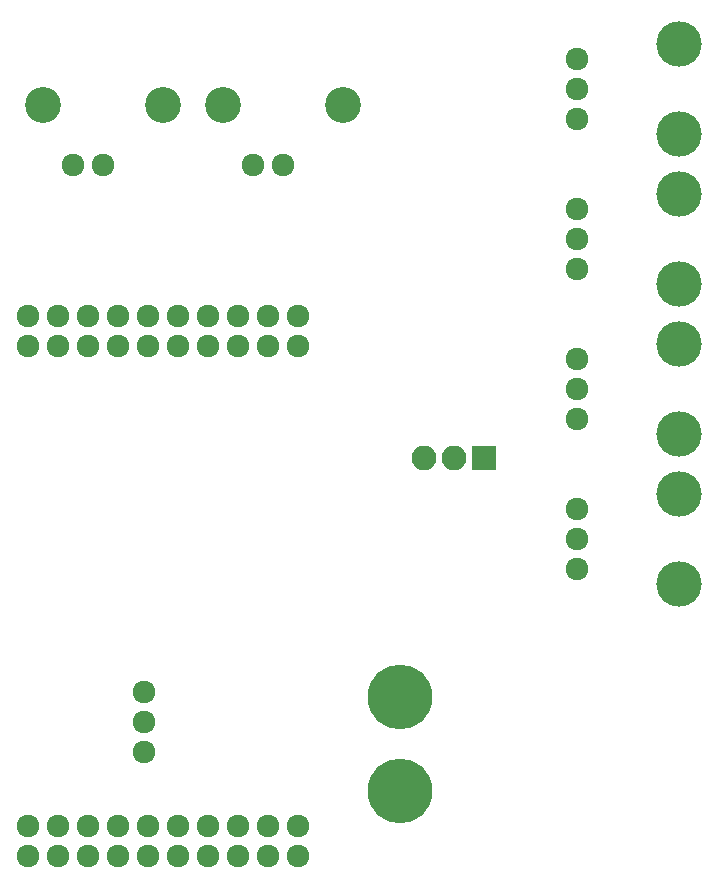
<source format=gbr>
G04 #@! TF.GenerationSoftware,KiCad,Pcbnew,(5.0.0)*
G04 #@! TF.CreationDate,2018-12-17T13:23:09-06:00*
G04 #@! TF.ProjectId,CameraBoard_Hardware,43616D657261426F6172645F48617264,rev?*
G04 #@! TF.SameCoordinates,Original*
G04 #@! TF.FileFunction,Soldermask,Bot*
G04 #@! TF.FilePolarity,Negative*
%FSLAX46Y46*%
G04 Gerber Fmt 4.6, Leading zero omitted, Abs format (unit mm)*
G04 Created by KiCad (PCBNEW (5.0.0)) date 12/17/18 13:23:09*
%MOMM*%
%LPD*%
G01*
G04 APERTURE LIST*
%ADD10C,3.041600*%
%ADD11C,1.924000*%
%ADD12C,5.480000*%
%ADD13C,1.920000*%
%ADD14C,3.850000*%
%ADD15R,2.100000X2.100000*%
%ADD16O,2.100000X2.100000*%
G04 APERTURE END LIST*
D10*
G04 #@! TO.C,J1*
X99060000Y-65354200D03*
X88900000Y-65354200D03*
D11*
X91440000Y-70434200D03*
X93980000Y-70434200D03*
G04 #@! TD*
G04 #@! TO.C,J2*
X109220000Y-70434200D03*
X106680000Y-70434200D03*
D10*
X104140000Y-65354200D03*
X114300000Y-65354200D03*
G04 #@! TD*
D12*
G04 #@! TO.C,Conn1*
X119126000Y-115443000D03*
X119126000Y-123444000D03*
G04 #@! TD*
D13*
G04 #@! TO.C,U1*
X87630000Y-126338601D03*
X90170000Y-126338601D03*
X92710000Y-126338601D03*
X95250000Y-126338601D03*
X97790000Y-126338601D03*
X100330000Y-126338601D03*
X102870000Y-126338601D03*
X105410000Y-126338601D03*
X107950000Y-126338601D03*
X110490000Y-126338601D03*
X87630000Y-128878601D03*
X90170000Y-128878601D03*
X92710000Y-128878601D03*
X95250000Y-128878601D03*
X97790000Y-128878601D03*
X100330000Y-128878601D03*
X102870000Y-128878601D03*
X105410000Y-128878601D03*
X107950000Y-128878601D03*
X110490000Y-128878601D03*
X87630000Y-85698601D03*
X90170000Y-85698601D03*
X92710000Y-85698601D03*
X95250000Y-85698601D03*
X97790000Y-85698601D03*
X100330000Y-85698601D03*
X102870000Y-85698601D03*
X105410000Y-85698601D03*
X107950000Y-85698601D03*
X110490000Y-85698601D03*
X87630000Y-83158601D03*
X90170000Y-83158601D03*
X92710000Y-83158601D03*
X95250000Y-83158601D03*
X97790000Y-83158601D03*
X100330000Y-83158601D03*
X102870000Y-83158601D03*
X105410000Y-83158601D03*
X107950000Y-83158601D03*
X110490000Y-83158601D03*
G04 #@! TD*
D11*
G04 #@! TO.C,Conn3*
X134112000Y-99542600D03*
X134112000Y-102082600D03*
X134112000Y-104622600D03*
D14*
X142748000Y-98272600D03*
X142748000Y-105892600D03*
G04 #@! TD*
D11*
G04 #@! TO.C,Conn4*
X134112000Y-86842600D03*
X134112000Y-89382600D03*
X134112000Y-91922600D03*
D14*
X142748000Y-85572600D03*
X142748000Y-93192600D03*
G04 #@! TD*
G04 #@! TO.C,Conn5*
X142748000Y-80492600D03*
X142748000Y-72872600D03*
D11*
X134112000Y-79222600D03*
X134112000Y-76682600D03*
X134112000Y-74142600D03*
G04 #@! TD*
D14*
G04 #@! TO.C,Conn6*
X142748000Y-67792600D03*
X142748000Y-60172600D03*
D11*
X134112000Y-66522600D03*
X134112000Y-63982600D03*
X134112000Y-61442600D03*
G04 #@! TD*
D15*
G04 #@! TO.C,JP1*
X126238000Y-95250000D03*
D16*
X123698000Y-95250000D03*
X121158000Y-95250000D03*
G04 #@! TD*
D11*
G04 #@! TO.C,U2*
X97409000Y-120142000D03*
X97409000Y-117602000D03*
X97409000Y-115062000D03*
G04 #@! TD*
M02*

</source>
